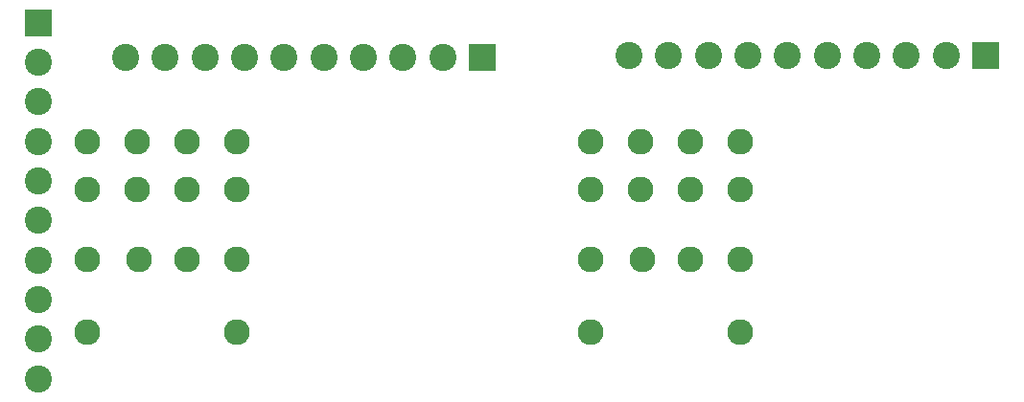
<source format=gbs>
%TF.GenerationSoftware,KiCad,Pcbnew,(5.99.0-9393-ga28cb98626)*%
%TF.CreationDate,2021-02-27T14:03:50-08:00*%
%TF.ProjectId,AuxRelays,41757852-656c-4617-9973-2e6b69636164,n/c*%
%TF.SameCoordinates,Original*%
%TF.FileFunction,Soldermask,Bot*%
%TF.FilePolarity,Negative*%
%FSLAX46Y46*%
G04 Gerber Fmt 4.6, Leading zero omitted, Abs format (unit mm)*
G04 Created by KiCad (PCBNEW (5.99.0-9393-ga28cb98626)) date 2021-02-27 14:03:50*
%MOMM*%
%LPD*%
G01*
G04 APERTURE LIST*
%ADD10C,2.286000*%
%ADD11C,2.400000*%
%ADD12R,2.400000X2.400000*%
G04 APERTURE END LIST*
D10*
%TO.C,RLY2*%
X150233000Y-132116000D03*
X137033000Y-132116000D03*
X150233000Y-125716000D03*
X145833000Y-125716000D03*
X141633000Y-125716000D03*
X137033000Y-125716000D03*
X150233000Y-119516000D03*
X145833000Y-119516000D03*
X141433000Y-119516000D03*
X137033000Y-119516000D03*
X150233000Y-115316000D03*
X145833000Y-115316000D03*
X141433000Y-115316000D03*
X137033000Y-115316000D03*
%TD*%
%TO.C,RLY1*%
X105783000Y-132116000D03*
X92583000Y-132116000D03*
X105783000Y-125716000D03*
X101383000Y-125716000D03*
X97183000Y-125716000D03*
X92583000Y-125716000D03*
X105783000Y-119516000D03*
X101383000Y-119516000D03*
X96983000Y-119516000D03*
X92583000Y-119516000D03*
X105783000Y-115316000D03*
X101383000Y-115316000D03*
X96983000Y-115316000D03*
X92583000Y-115316000D03*
%TD*%
D11*
%TO.C,J3*%
X88265000Y-136275000D03*
X88265000Y-132775000D03*
X88265000Y-129275000D03*
X88265000Y-125775000D03*
X88265000Y-122275000D03*
X88265000Y-118775000D03*
X88265000Y-115275000D03*
X88265000Y-111775000D03*
X88265000Y-108275000D03*
D12*
X88265000Y-104775000D03*
%TD*%
D11*
%TO.C,J2*%
X140460000Y-107696000D03*
X143960000Y-107696000D03*
X147460000Y-107696000D03*
X150960000Y-107696000D03*
X154460000Y-107696000D03*
X157960000Y-107696000D03*
X161460000Y-107696000D03*
X164960000Y-107696000D03*
X168460000Y-107696000D03*
D12*
X171960000Y-107696000D03*
%TD*%
D11*
%TO.C,J1*%
X96010000Y-107823000D03*
X99510000Y-107823000D03*
X103010000Y-107823000D03*
X106510000Y-107823000D03*
X110010000Y-107823000D03*
X113510000Y-107823000D03*
X117010000Y-107823000D03*
X120510000Y-107823000D03*
X124010000Y-107823000D03*
D12*
X127510000Y-107823000D03*
%TD*%
M02*

</source>
